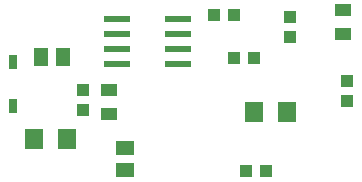
<source format=gtp>
G75*
%MOIN*%
%OFA0B0*%
%FSLAX25Y25*%
%IPPOS*%
%LPD*%
%AMOC8*
5,1,8,0,0,1.08239X$1,22.5*
%
%ADD10R,0.05118X0.05906*%
%ADD11R,0.05906X0.05118*%
%ADD12R,0.06299X0.07087*%
%ADD13R,0.05512X0.04331*%
%ADD14R,0.08661X0.02362*%
%ADD15R,0.04331X0.03937*%
%ADD16R,0.03937X0.04331*%
%ADD17R,0.02756X0.04724*%
D10*
X0040860Y0050100D03*
X0048340Y0050100D03*
D11*
X0069100Y0019840D03*
X0069100Y0012360D03*
D12*
X0038588Y0022600D03*
X0049612Y0022600D03*
X0112088Y0031600D03*
X0123112Y0031600D03*
D13*
X0141600Y0057663D03*
X0141600Y0065537D03*
X0063600Y0039037D03*
X0063600Y0031163D03*
D14*
X0066364Y0047600D03*
X0066364Y0052600D03*
X0066364Y0057600D03*
X0066364Y0062600D03*
X0086836Y0062600D03*
X0086836Y0057600D03*
X0086836Y0052600D03*
X0086836Y0047600D03*
D15*
X0055100Y0038946D03*
X0055100Y0032254D03*
X0124100Y0056754D03*
X0124100Y0063446D03*
X0143100Y0041946D03*
X0143100Y0035254D03*
D16*
X0111946Y0049600D03*
X0105254Y0049600D03*
X0105446Y0064100D03*
X0098754Y0064100D03*
X0109254Y0012100D03*
X0115946Y0012100D03*
D17*
X0031600Y0033817D03*
X0031600Y0048383D03*
M02*

</source>
